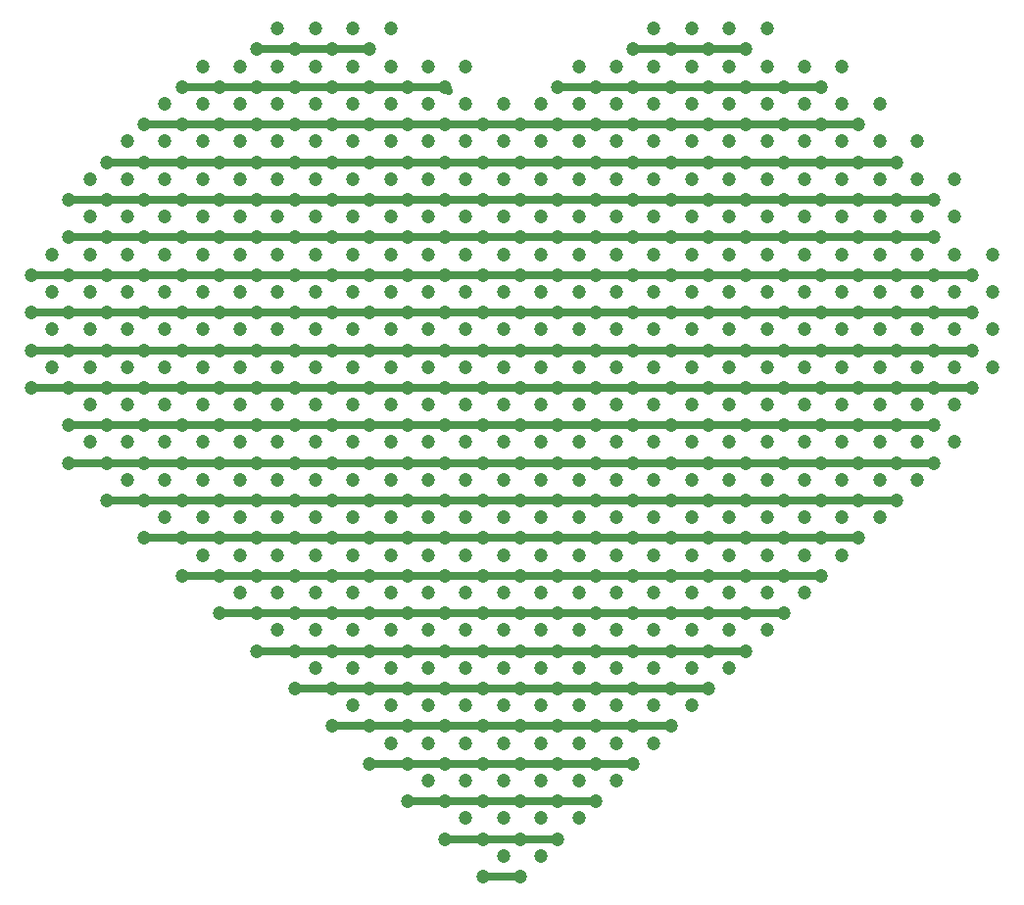
<source format=gbl>
G04 Layer_Physical_Order=2*
G04 Layer_Color=16711680*
%FSLAX44Y44*%
%MOMM*%
G71*
G01*
G75*
%ADD10C,0.7000*%
%ADD11C,1.2000*%
D10*
X2103520Y1453520D02*
X2136020D01*
X2168520D01*
X2201020D01*
X2233520D01*
X2266020D01*
X2298520D01*
X2331020D01*
X2363520D01*
X2396020D01*
X2428520D01*
X2461020D01*
X2493520D01*
X2526020D01*
X2558520D01*
X2591020D01*
X2623520D01*
X2656020D01*
X2688520D01*
X2721020D01*
X2753520D01*
X2786020D01*
X2818520D01*
X2851020D01*
X2883520D01*
X2916020D01*
Y1486020D02*
X2883520D01*
X2851020D01*
X2818520D01*
X2786020D01*
X2753520D01*
X2721020D01*
X2688520D01*
X2656020D01*
X2623520D01*
X2591020D01*
X2558520D01*
X2526020D01*
X2493520D01*
X2461020D01*
X2428520D01*
X2396020D01*
X2363520D01*
X2331020D01*
X2298520D01*
X2266020D01*
X2233520D01*
X2201020D01*
X2168520D01*
X2136020D01*
X2103520D01*
Y1518520D02*
X2136020D01*
X2168520D01*
X2201020D01*
X2233520D01*
X2266020D01*
X2298520D01*
X2331020D01*
X2363520D01*
X2396020D01*
X2428520D01*
X2461020D01*
X2493520D01*
X2526020D01*
X2558520D01*
X2591020D01*
X2623520D01*
X2656020D01*
X2688520D01*
X2721020D01*
X2753520D01*
X2786020D01*
X2818520D01*
X2851020D01*
X2883520D01*
X2916020D01*
Y1551020D02*
X2883520D01*
X2851020D01*
X2818520D01*
X2786020D01*
X2753520D01*
X2721020D01*
X2688520D01*
X2656020D01*
X2623520D01*
X2591020D01*
X2558520D01*
X2526020D01*
X2493520D01*
X2461020D01*
X2428520D01*
X2396020D01*
X2363520D01*
X2331020D01*
X2298520D01*
X2266020D01*
X2233520D01*
X2201020D01*
X2168520D01*
X2136020D01*
X2103520D01*
X2136020Y1583520D02*
X2168520D01*
X2201020D01*
X2233520D01*
X2266020D01*
X2298520D01*
X2331020D01*
X2363520D01*
X2396020D01*
X2428520D01*
X2461020D01*
X2493520D01*
X2526020D01*
X2558520D01*
X2591020D01*
X2623520D01*
X2656020D01*
X2688520D01*
X2721020D01*
X2753520D01*
X2786020D01*
X2818520D01*
X2851020D01*
X2883520D01*
Y1616020D02*
X2851020D01*
X2818520D01*
X2786020D01*
X2753520D01*
X2721020D01*
X2688520D01*
X2656020D01*
X2623520D01*
X2591020D01*
X2558520D01*
X2526020D01*
X2493520D01*
X2461020D01*
X2428520D01*
X2396020D01*
X2363520D01*
X2331020D01*
X2298520D01*
X2266020D01*
X2233520D01*
X2201020D01*
X2168520D01*
X2136020D01*
X2168520Y1648520D02*
X2201020D01*
X2233520D01*
X2266020D01*
X2298520D01*
X2331020D01*
X2363520D01*
X2396020D01*
X2428520D01*
X2461020D01*
X2493520D01*
X2526020D01*
X2558520D01*
X2591020D01*
X2623520D01*
X2656020D01*
X2688520D01*
X2721020D01*
X2753520D01*
X2786020D01*
X2818520D01*
X2851020D01*
X2818520Y1681020D02*
X2786020D01*
X2753520D01*
X2721020D01*
X2688520D01*
X2656020D01*
X2623520D01*
X2591020D01*
X2558520D01*
X2526020D01*
X2493520D01*
X2461020D01*
X2428520D01*
X2396020D01*
X2363520D01*
X2331020D01*
X2298520D01*
X2266020D01*
X2233520D01*
X2201020D01*
X2266020Y1713520D02*
X2298520D01*
X2331020D01*
X2363520D01*
X2396020D01*
X2428520D01*
X2461020D01*
X2464539Y1710000D01*
X2396020Y1746020D02*
X2363520D01*
X2331020D01*
X2298520D01*
X2266020Y1713520D02*
X2233520D01*
X2168520Y1421020D02*
X2201020D01*
X2233520D01*
X2266020D01*
X2298520D01*
X2331020D01*
X2363520D01*
X2396020D01*
X2428520D01*
X2461020D01*
X2493520D01*
X2526020D01*
X2558520D01*
X2591020D01*
X2623520D01*
X2656020D01*
X2688520D01*
X2721020D01*
X2753520D01*
X2786020D01*
X2818520D01*
X2851020D01*
X2883520D01*
Y1388520D02*
X2851020D01*
X2818520D01*
X2786020D01*
X2753520D01*
X2721020D01*
X2688520D01*
X2656020D01*
X2623520D01*
X2591020D01*
X2558520D01*
X2526020D01*
X2493520D01*
X2461020D01*
X2428520D01*
X2396020D01*
X2363520D01*
X2331020D01*
X2298520D01*
X2266020D01*
X2233520D01*
X2201020D01*
X2168520D01*
X2136020D01*
X2168520Y1356020D02*
X2201020D01*
X2233520D01*
X2266020D01*
X2298520D01*
X2331020D01*
X2363520D01*
X2396020D01*
X2428520D01*
X2461020D01*
X2493520D01*
X2526020D01*
X2558520D01*
X2591020D01*
X2623520D01*
X2656020D01*
X2688520D01*
X2721020D01*
X2753520D01*
X2786020D01*
X2818520D01*
X2851020D01*
X2818520Y1323520D02*
X2786020D01*
X2753520D01*
X2721020D01*
X2688520D01*
X2656020D01*
X2623520D01*
X2591020D01*
X2558520D01*
X2526020D01*
X2493520D01*
X2461020D01*
X2428520D01*
X2396020D01*
X2363520D01*
X2331020D01*
X2298520D01*
X2266020D01*
X2233520D01*
X2201020D01*
X2233520Y1291020D02*
X2266020D01*
X2298520D01*
X2331020D01*
X2363520D01*
X2396020D01*
X2428520D01*
X2461020D01*
X2493520D01*
X2526020D01*
X2558520D01*
X2591020D01*
X2623520D01*
X2656020D01*
X2688520D01*
X2721020D01*
X2753520D01*
X2786020D01*
X2753520Y1258520D02*
X2721020D01*
X2688520D01*
X2656020D01*
X2623520D01*
X2591020D01*
X2558520D01*
X2526020D01*
X2493520D01*
X2461020D01*
X2428520D01*
X2396020D01*
X2363520D01*
X2331020D01*
X2298520D01*
X2266020D01*
X2298520Y1226020D02*
X2331020D01*
X2363520D01*
X2396020D01*
X2428520D01*
X2461020D01*
X2493520D01*
X2526020D01*
X2558520D01*
X2591020D01*
X2623520D01*
X2656020D01*
X2688520D01*
X2721020D01*
X2688520Y1193520D02*
X2656020D01*
X2623520D01*
X2591020D01*
X2558520D01*
X2526020D01*
X2493520D01*
X2461020D01*
X2428520D01*
X2396020D01*
X2363520D01*
X2331020D01*
X2363520Y1161020D02*
X2396020D01*
X2428520D01*
X2461020D01*
X2493520D01*
X2526020D01*
X2558520D01*
X2591020D01*
X2623520D01*
X2656020D01*
X2623520Y1128520D02*
X2591020D01*
X2558520D01*
X2526020D01*
X2493520D01*
X2461020D01*
X2428520D01*
X2396020D01*
X2428520Y1096020D02*
X2461020D01*
X2493520D01*
X2526020D01*
X2558520D01*
X2591020D01*
X2558520Y1063520D02*
X2526020D01*
X2493520D01*
X2461020D01*
X2493520Y1031020D02*
X2526020D01*
X2168520Y1421020D02*
X2136020D01*
X2558520Y1713520D02*
X2591020D01*
X2623520D01*
X2656020D01*
X2688520D01*
X2721020D01*
X2753520D01*
X2786020D01*
X2721020Y1746020D02*
X2688520D01*
X2656020D01*
X2623520D01*
D11*
X2103520Y1453520D02*
D03*
X2121480Y1471480D02*
D03*
X2136020Y1388520D02*
D03*
X2168520D02*
D03*
X2153980Y1406480D02*
D03*
X2168520Y1356020D02*
D03*
X2233520Y1291020D02*
D03*
X2298520Y1226020D02*
D03*
X2331020D02*
D03*
X2331020Y1193520D02*
D03*
X2348980Y1211480D02*
D03*
X2363520Y1161020D02*
D03*
X2396020D02*
D03*
X2381480Y1178980D02*
D03*
X2413980D02*
D03*
Y1146480D02*
D03*
X2396020Y1128520D02*
D03*
X2428520Y1096020D02*
D03*
X2461020D02*
D03*
X2446480Y1113980D02*
D03*
X2461020Y1063520D02*
D03*
X2493520Y1031020D02*
D03*
X2526020D02*
D03*
X2511480Y1048980D02*
D03*
X2543980D02*
D03*
X2608980Y1113980D02*
D03*
X2656020Y1161020D02*
D03*
X2673980Y1178980D02*
D03*
X2721020Y1226020D02*
D03*
X2786020Y1291020D02*
D03*
X2836480Y1341480D02*
D03*
X2851020Y1356020D02*
D03*
X2901480Y1406480D02*
D03*
Y1438980D02*
D03*
X2916020Y1453520D02*
D03*
X2901480Y1471480D02*
D03*
X2933980D02*
D03*
X2916020Y1486020D02*
D03*
Y1518520D02*
D03*
X2901480Y1503980D02*
D03*
X2933980D02*
D03*
Y1536480D02*
D03*
X2916020Y1551020D02*
D03*
X2901480Y1536480D02*
D03*
Y1568980D02*
D03*
X2933980D02*
D03*
X2901480Y1601480D02*
D03*
Y1633980D02*
D03*
X2868980Y1666480D02*
D03*
X2836480D02*
D03*
Y1698980D02*
D03*
Y1633980D02*
D03*
X2851020Y1648520D02*
D03*
Y1616020D02*
D03*
X2836480Y1601480D02*
D03*
X2868980D02*
D03*
X2883520Y1616020D02*
D03*
X2868980Y1633980D02*
D03*
X2883520Y1583520D02*
D03*
X2868980Y1568980D02*
D03*
X2851020Y1583520D02*
D03*
X2836480Y1568980D02*
D03*
X2851020Y1551020D02*
D03*
X2836480Y1536480D02*
D03*
X2868980D02*
D03*
X2883520Y1551020D02*
D03*
Y1518520D02*
D03*
X2868980Y1503980D02*
D03*
X2883520Y1486020D02*
D03*
X2851020D02*
D03*
Y1518520D02*
D03*
X2836480Y1503980D02*
D03*
Y1471480D02*
D03*
X2851020Y1453520D02*
D03*
X2836480Y1438980D02*
D03*
X2851020Y1421020D02*
D03*
X2883520D02*
D03*
X2868980Y1438980D02*
D03*
X2883520Y1453520D02*
D03*
X2868980Y1471480D02*
D03*
Y1406480D02*
D03*
X2883520Y1388520D02*
D03*
X2868980Y1373980D02*
D03*
X2851020Y1388520D02*
D03*
X2836480Y1373980D02*
D03*
Y1406480D02*
D03*
X2818520Y1421020D02*
D03*
Y1453520D02*
D03*
X2803980Y1438980D02*
D03*
X2786020Y1453520D02*
D03*
Y1421020D02*
D03*
X2803980Y1471480D02*
D03*
Y1406480D02*
D03*
X2818520Y1388520D02*
D03*
X2803980Y1373980D02*
D03*
X2786020Y1388520D02*
D03*
Y1356020D02*
D03*
Y1323520D02*
D03*
X2818520D02*
D03*
X2803980Y1308980D02*
D03*
Y1341480D02*
D03*
X2818520Y1356020D02*
D03*
X2771480Y1373980D02*
D03*
X2753520Y1388520D02*
D03*
X2738980Y1373980D02*
D03*
X2721020Y1388520D02*
D03*
X2738980Y1406480D02*
D03*
X2771480D02*
D03*
Y1341480D02*
D03*
X2753520Y1356020D02*
D03*
X2738980Y1341480D02*
D03*
X2721020Y1356020D02*
D03*
Y1323520D02*
D03*
X2753520D02*
D03*
X2738980Y1308980D02*
D03*
X2771480D02*
D03*
Y1276480D02*
D03*
X2753520Y1291020D02*
D03*
X2738980Y1276480D02*
D03*
X2721020Y1291020D02*
D03*
Y1258520D02*
D03*
X2753520D02*
D03*
X2738980Y1243980D02*
D03*
X2706480Y1308980D02*
D03*
X2688520Y1323520D02*
D03*
X2673980Y1308980D02*
D03*
X2656020Y1323520D02*
D03*
Y1356020D02*
D03*
X2673980Y1341480D02*
D03*
X2688520Y1356020D02*
D03*
X2706480Y1341480D02*
D03*
Y1276480D02*
D03*
X2688520Y1291020D02*
D03*
X2673980Y1276480D02*
D03*
X2656020Y1291020D02*
D03*
Y1258520D02*
D03*
X2688520D02*
D03*
X2673980Y1243980D02*
D03*
X2706480D02*
D03*
Y1211480D02*
D03*
X2688520Y1226020D02*
D03*
X2673980Y1211480D02*
D03*
X2656020Y1226020D02*
D03*
Y1193520D02*
D03*
X2688520D02*
D03*
X2641480Y1243980D02*
D03*
X2623520Y1258520D02*
D03*
X2608980Y1243980D02*
D03*
Y1276480D02*
D03*
X2623520Y1291020D02*
D03*
X2641480Y1276480D02*
D03*
Y1211480D02*
D03*
X2608980D02*
D03*
X2623520Y1226020D02*
D03*
X2623520Y1193520D02*
D03*
X2608980Y1178980D02*
D03*
X2623520Y1161020D02*
D03*
X2608980Y1146480D02*
D03*
X2623520Y1128520D02*
D03*
X2641480Y1146480D02*
D03*
Y1178980D02*
D03*
X2591020Y1193520D02*
D03*
Y1226020D02*
D03*
X2576480Y1211480D02*
D03*
X2543980D02*
D03*
X2558520Y1226020D02*
D03*
Y1193520D02*
D03*
X2543980Y1178980D02*
D03*
X2558520Y1161020D02*
D03*
X2543980Y1146480D02*
D03*
X2558520Y1128520D02*
D03*
X2591020D02*
D03*
Y1161020D02*
D03*
X2576480Y1146480D02*
D03*
Y1178980D02*
D03*
Y1113980D02*
D03*
X2543980D02*
D03*
X2558520Y1096020D02*
D03*
X2543980Y1081480D02*
D03*
X2558520Y1063520D02*
D03*
X2576480Y1081480D02*
D03*
X2591020Y1096020D02*
D03*
X2526020Y1128520D02*
D03*
Y1161020D02*
D03*
X2511480Y1146480D02*
D03*
X2478980D02*
D03*
X2493520Y1161020D02*
D03*
X2478980Y1178980D02*
D03*
X2511480D02*
D03*
X2493520Y1128520D02*
D03*
X2478980Y1113980D02*
D03*
X2493520Y1096020D02*
D03*
X2478980Y1081480D02*
D03*
X2493520Y1063520D02*
D03*
X2526020D02*
D03*
Y1096020D02*
D03*
X2511480Y1081480D02*
D03*
Y1113980D02*
D03*
X2461020Y1128520D02*
D03*
Y1161020D02*
D03*
X2446480Y1146480D02*
D03*
X2428520Y1161020D02*
D03*
Y1128520D02*
D03*
X2446480Y1178980D02*
D03*
X2493520Y1193520D02*
D03*
X2478980Y1211480D02*
D03*
X2493520Y1226020D02*
D03*
X2526020D02*
D03*
X2511480Y1211480D02*
D03*
X2526020Y1193520D02*
D03*
X2543980Y1243980D02*
D03*
X2558520Y1258520D02*
D03*
Y1291020D02*
D03*
X2543980Y1276480D02*
D03*
X2576480D02*
D03*
X2591020Y1291020D02*
D03*
Y1258520D02*
D03*
X2576480Y1243980D02*
D03*
X2608980Y1308980D02*
D03*
X2623520Y1323520D02*
D03*
Y1356020D02*
D03*
X2608980Y1341480D02*
D03*
X2641480D02*
D03*
Y1308980D02*
D03*
X2656020Y1388520D02*
D03*
X2688520D02*
D03*
X2673980Y1373980D02*
D03*
Y1406480D02*
D03*
X2706480D02*
D03*
Y1373980D02*
D03*
X2721020Y1421020D02*
D03*
Y1453520D02*
D03*
X2753520D02*
D03*
X2738980Y1438980D02*
D03*
Y1471480D02*
D03*
X2771480D02*
D03*
Y1438980D02*
D03*
X2753520Y1421020D02*
D03*
X2786020Y1486020D02*
D03*
Y1518520D02*
D03*
X2818520D02*
D03*
X2803980Y1503980D02*
D03*
X2818520Y1486020D02*
D03*
Y1551020D02*
D03*
X2803980Y1536480D02*
D03*
X2786020Y1551020D02*
D03*
Y1583520D02*
D03*
X2803980Y1568980D02*
D03*
X2818520Y1583520D02*
D03*
Y1616020D02*
D03*
X2803980Y1601480D02*
D03*
X2786020Y1616020D02*
D03*
Y1648520D02*
D03*
X2803980Y1633980D02*
D03*
X2818520Y1648520D02*
D03*
Y1681020D02*
D03*
X2803980Y1666480D02*
D03*
X2786020Y1681020D02*
D03*
X2803980Y1698980D02*
D03*
X2786020Y1713520D02*
D03*
X2803980Y1731480D02*
D03*
X2771480D02*
D03*
X2738980D02*
D03*
X2721020Y1746020D02*
D03*
Y1713520D02*
D03*
X2753520D02*
D03*
X2738980Y1763980D02*
D03*
Y1698980D02*
D03*
X2753520Y1681020D02*
D03*
X2738980Y1666480D02*
D03*
X2721020Y1681020D02*
D03*
X2771480Y1666480D02*
D03*
Y1698980D02*
D03*
Y1633980D02*
D03*
X2753520Y1648520D02*
D03*
X2738980Y1633980D02*
D03*
X2721020Y1648520D02*
D03*
Y1616020D02*
D03*
X2753520D02*
D03*
X2738980Y1601480D02*
D03*
X2771480D02*
D03*
Y1568980D02*
D03*
X2753520Y1583520D02*
D03*
X2738980Y1568980D02*
D03*
X2721020Y1583520D02*
D03*
Y1551020D02*
D03*
X2753520D02*
D03*
X2738980Y1536480D02*
D03*
X2771480D02*
D03*
Y1503980D02*
D03*
X2753520Y1518520D02*
D03*
X2738980Y1503980D02*
D03*
X2721020Y1518520D02*
D03*
Y1486020D02*
D03*
X2753520D02*
D03*
X2706480Y1536480D02*
D03*
X2688520Y1551020D02*
D03*
X2673980Y1536480D02*
D03*
X2656020Y1551020D02*
D03*
Y1583520D02*
D03*
X2673980Y1568980D02*
D03*
X2688520Y1583520D02*
D03*
X2706480Y1568980D02*
D03*
Y1503980D02*
D03*
X2688520Y1518520D02*
D03*
X2673980Y1503980D02*
D03*
X2656020Y1518520D02*
D03*
Y1486020D02*
D03*
X2688520D02*
D03*
X2673980Y1471480D02*
D03*
X2688520Y1453520D02*
D03*
X2673980Y1438980D02*
D03*
X2656020Y1453520D02*
D03*
Y1421020D02*
D03*
X2688520D02*
D03*
X2706480Y1438980D02*
D03*
Y1471480D02*
D03*
X2623520Y1486020D02*
D03*
Y1518520D02*
D03*
X2608980Y1503980D02*
D03*
X2641480D02*
D03*
Y1471480D02*
D03*
X2608980D02*
D03*
X2623520Y1453520D02*
D03*
X2608980Y1438980D02*
D03*
X2623520Y1421020D02*
D03*
X2641480Y1438980D02*
D03*
Y1406480D02*
D03*
X2608980D02*
D03*
X2623520Y1388520D02*
D03*
X2608980Y1373980D02*
D03*
X2641480D02*
D03*
X2591020Y1421020D02*
D03*
Y1453520D02*
D03*
X2576480Y1438980D02*
D03*
X2543980D02*
D03*
X2558520Y1453520D02*
D03*
X2543980Y1471480D02*
D03*
X2576480D02*
D03*
X2558520Y1421020D02*
D03*
X2543980Y1406480D02*
D03*
X2558520Y1388520D02*
D03*
X2543980Y1373980D02*
D03*
X2576480D02*
D03*
X2591020Y1388520D02*
D03*
X2576480Y1406480D02*
D03*
Y1341480D02*
D03*
X2591020Y1356020D02*
D03*
Y1323520D02*
D03*
X2576480Y1308980D02*
D03*
X2543980D02*
D03*
X2558520Y1323520D02*
D03*
Y1356020D02*
D03*
X2543980Y1341480D02*
D03*
X2526020Y1388520D02*
D03*
X2511480Y1373980D02*
D03*
X2478980D02*
D03*
X2493520Y1388520D02*
D03*
X2478980Y1406480D02*
D03*
X2511480D02*
D03*
Y1341480D02*
D03*
X2526020Y1356020D02*
D03*
Y1323520D02*
D03*
X2511480Y1308980D02*
D03*
X2478980D02*
D03*
X2493520Y1323520D02*
D03*
Y1356020D02*
D03*
X2478980Y1341480D02*
D03*
X2493520Y1291020D02*
D03*
X2478980Y1276480D02*
D03*
X2493520Y1258520D02*
D03*
X2478980Y1243980D02*
D03*
X2511480D02*
D03*
X2526020Y1258520D02*
D03*
Y1291020D02*
D03*
X2511480Y1276480D02*
D03*
X2461020Y1323520D02*
D03*
X2446480Y1308980D02*
D03*
X2428520Y1323520D02*
D03*
Y1356020D02*
D03*
X2446480Y1341480D02*
D03*
X2461020Y1356020D02*
D03*
Y1291020D02*
D03*
X2446480Y1276480D02*
D03*
X2428520Y1291020D02*
D03*
Y1258520D02*
D03*
X2461020D02*
D03*
X2446480Y1243980D02*
D03*
X2461020Y1226020D02*
D03*
X2446480Y1211480D02*
D03*
X2428520Y1226020D02*
D03*
Y1193520D02*
D03*
X2461020D02*
D03*
X2413980Y1243980D02*
D03*
X2396020Y1258520D02*
D03*
X2381480Y1243980D02*
D03*
X2363520Y1258520D02*
D03*
Y1291020D02*
D03*
X2381480Y1276480D02*
D03*
X2396020Y1291020D02*
D03*
X2413980Y1276480D02*
D03*
Y1211480D02*
D03*
X2381480D02*
D03*
X2396020Y1226020D02*
D03*
X2363520D02*
D03*
Y1193520D02*
D03*
X2396020D02*
D03*
X2348980Y1243980D02*
D03*
X2331020Y1258520D02*
D03*
X2316480Y1243980D02*
D03*
Y1276480D02*
D03*
X2331020Y1291020D02*
D03*
X2348980Y1276480D02*
D03*
X2363520Y1323520D02*
D03*
Y1356020D02*
D03*
X2381480Y1341480D02*
D03*
X2396020Y1356020D02*
D03*
Y1323520D02*
D03*
X2381480Y1308980D02*
D03*
X2413980D02*
D03*
Y1341480D02*
D03*
X2428520Y1388520D02*
D03*
X2461020D02*
D03*
X2446480Y1373980D02*
D03*
Y1406480D02*
D03*
X2493520Y1421020D02*
D03*
X2478980Y1438980D02*
D03*
X2493520Y1453520D02*
D03*
X2478980Y1471480D02*
D03*
X2511480D02*
D03*
X2526020Y1453520D02*
D03*
X2511480Y1438980D02*
D03*
X2526020Y1421020D02*
D03*
X2558520Y1486020D02*
D03*
X2543980Y1503980D02*
D03*
X2558520Y1518520D02*
D03*
X2591020D02*
D03*
X2576480Y1503980D02*
D03*
X2591020Y1486020D02*
D03*
X2608980Y1536480D02*
D03*
X2623520Y1551020D02*
D03*
Y1583520D02*
D03*
X2608980Y1568980D02*
D03*
X2641480D02*
D03*
Y1536480D02*
D03*
X2656020Y1616020D02*
D03*
Y1648520D02*
D03*
X2673980Y1633980D02*
D03*
X2688520Y1648520D02*
D03*
Y1616020D02*
D03*
X2673980Y1601480D02*
D03*
X2706480D02*
D03*
Y1633980D02*
D03*
Y1666480D02*
D03*
X2688520Y1681020D02*
D03*
X2673980Y1666480D02*
D03*
X2656020Y1681020D02*
D03*
X2673980Y1698980D02*
D03*
X2706480D02*
D03*
X2688520Y1713520D02*
D03*
Y1746020D02*
D03*
X2673980Y1731480D02*
D03*
X2656020Y1746020D02*
D03*
Y1713520D02*
D03*
X2673980Y1763980D02*
D03*
X2706480D02*
D03*
Y1731480D02*
D03*
X2641480D02*
D03*
X2623520Y1746020D02*
D03*
X2608980Y1731480D02*
D03*
X2623520Y1713520D02*
D03*
X2641480Y1763980D02*
D03*
Y1698980D02*
D03*
X2608980D02*
D03*
X2623520Y1681020D02*
D03*
X2608980Y1666480D02*
D03*
X2641480D02*
D03*
Y1633980D02*
D03*
X2623520Y1648520D02*
D03*
X2608980Y1633980D02*
D03*
X2623520Y1616020D02*
D03*
X2608980Y1601480D02*
D03*
X2641480D02*
D03*
X2591020Y1681020D02*
D03*
X2576480Y1666480D02*
D03*
X2543980D02*
D03*
X2558520Y1681020D02*
D03*
X2543980Y1698980D02*
D03*
X2576480D02*
D03*
Y1633980D02*
D03*
X2591020Y1648520D02*
D03*
Y1616020D02*
D03*
X2576480Y1601480D02*
D03*
X2543980D02*
D03*
X2558520Y1616020D02*
D03*
Y1648520D02*
D03*
X2543980Y1633980D02*
D03*
X2558520Y1583520D02*
D03*
X2543980Y1568980D02*
D03*
X2558520Y1551020D02*
D03*
X2543980Y1536480D02*
D03*
X2576480D02*
D03*
X2591020Y1551020D02*
D03*
Y1583520D02*
D03*
X2576480Y1568980D02*
D03*
X2526020Y1616020D02*
D03*
X2511480Y1601480D02*
D03*
X2478980D02*
D03*
X2493520Y1616020D02*
D03*
Y1648520D02*
D03*
X2478980Y1633980D02*
D03*
X2511480D02*
D03*
X2526020Y1648520D02*
D03*
Y1583520D02*
D03*
X2511480Y1568980D02*
D03*
X2493520Y1583520D02*
D03*
X2478980Y1568980D02*
D03*
X2493520Y1551020D02*
D03*
X2478980Y1536480D02*
D03*
X2511480D02*
D03*
X2526020Y1551020D02*
D03*
Y1518520D02*
D03*
X2511480Y1503980D02*
D03*
X2478980D02*
D03*
X2493520Y1518520D02*
D03*
Y1486020D02*
D03*
X2526020D02*
D03*
X2461020Y1551020D02*
D03*
X2446480Y1536480D02*
D03*
X2428520Y1551020D02*
D03*
Y1583520D02*
D03*
X2446480Y1568980D02*
D03*
X2461020Y1583520D02*
D03*
Y1518520D02*
D03*
X2446480Y1503980D02*
D03*
X2428520Y1518520D02*
D03*
Y1486020D02*
D03*
X2461020D02*
D03*
X2446480Y1471480D02*
D03*
X2461020Y1453520D02*
D03*
X2446480Y1438980D02*
D03*
X2428520Y1453520D02*
D03*
Y1421020D02*
D03*
X2461020D02*
D03*
X2396020Y1486020D02*
D03*
Y1518520D02*
D03*
X2381480Y1503980D02*
D03*
X2363520Y1518520D02*
D03*
Y1486020D02*
D03*
X2413980Y1503980D02*
D03*
Y1471480D02*
D03*
X2381480D02*
D03*
X2396020Y1453520D02*
D03*
X2381480Y1438980D02*
D03*
X2363520Y1453520D02*
D03*
Y1421020D02*
D03*
X2396020D02*
D03*
X2413980Y1438980D02*
D03*
Y1406480D02*
D03*
X2381480D02*
D03*
X2396020Y1388520D02*
D03*
X2381480Y1373980D02*
D03*
X2363520Y1388520D02*
D03*
X2413980Y1373980D02*
D03*
X2331020Y1421020D02*
D03*
Y1453520D02*
D03*
X2316480Y1438980D02*
D03*
Y1471480D02*
D03*
X2348980D02*
D03*
Y1438980D02*
D03*
Y1406480D02*
D03*
X2316480D02*
D03*
X2331020Y1388520D02*
D03*
X2316480Y1373980D02*
D03*
X2348980D02*
D03*
Y1341480D02*
D03*
X2331020Y1356020D02*
D03*
X2316480Y1341480D02*
D03*
X2331020Y1323520D02*
D03*
X2316480Y1308980D02*
D03*
X2348980D02*
D03*
X2298520Y1388520D02*
D03*
X2283980Y1373980D02*
D03*
X2251480D02*
D03*
X2266020Y1388520D02*
D03*
X2251480Y1406480D02*
D03*
X2283980D02*
D03*
Y1341480D02*
D03*
X2298520Y1356020D02*
D03*
Y1323520D02*
D03*
X2283980Y1308980D02*
D03*
X2251480D02*
D03*
X2266020Y1323520D02*
D03*
Y1356020D02*
D03*
X2251480Y1341480D02*
D03*
X2266020Y1291020D02*
D03*
Y1258520D02*
D03*
X2298520D02*
D03*
Y1291020D02*
D03*
X2283980Y1276480D02*
D03*
X2233520Y1323520D02*
D03*
Y1356020D02*
D03*
X2218980Y1341480D02*
D03*
X2201020Y1356020D02*
D03*
Y1323520D02*
D03*
X2186480Y1373980D02*
D03*
X2201020Y1388520D02*
D03*
X2186480Y1406480D02*
D03*
X2218980D02*
D03*
X2233520Y1388520D02*
D03*
X2218980Y1373980D02*
D03*
X2266020Y1421020D02*
D03*
X2251480Y1438980D02*
D03*
X2266020Y1453520D02*
D03*
X2251480Y1471480D02*
D03*
X2283980D02*
D03*
X2298520Y1453520D02*
D03*
X2283980Y1438980D02*
D03*
X2298520Y1421020D02*
D03*
X2331020Y1486020D02*
D03*
Y1518520D02*
D03*
X2316480Y1503980D02*
D03*
X2348980D02*
D03*
X2363520Y1551020D02*
D03*
Y1583520D02*
D03*
X2381480Y1568980D02*
D03*
X2396020Y1583520D02*
D03*
Y1551020D02*
D03*
X2381480Y1536480D02*
D03*
X2413980D02*
D03*
Y1568980D02*
D03*
X2428520Y1616020D02*
D03*
Y1648520D02*
D03*
X2446480Y1633980D02*
D03*
X2461020Y1648520D02*
D03*
Y1616020D02*
D03*
X2446480Y1601480D02*
D03*
X2478980Y1666480D02*
D03*
X2493520Y1681020D02*
D03*
X2478980Y1698980D02*
D03*
X2511480D02*
D03*
X2526020Y1681020D02*
D03*
X2511480Y1666480D02*
D03*
X2558520Y1713520D02*
D03*
X2591020D02*
D03*
X2576480Y1731480D02*
D03*
X2478980D02*
D03*
X2446480D02*
D03*
X2461020Y1713520D02*
D03*
X2428520D02*
D03*
Y1681020D02*
D03*
X2461020D02*
D03*
X2446480Y1666480D02*
D03*
Y1698980D02*
D03*
X2396020Y1713520D02*
D03*
Y1746020D02*
D03*
X2381480Y1731480D02*
D03*
X2363520Y1746020D02*
D03*
Y1713520D02*
D03*
X2381480Y1763980D02*
D03*
X2413980D02*
D03*
Y1731480D02*
D03*
Y1698980D02*
D03*
X2381480D02*
D03*
X2396020Y1681020D02*
D03*
X2381480Y1666480D02*
D03*
X2363520Y1681020D02*
D03*
X2413980Y1666480D02*
D03*
Y1633980D02*
D03*
X2396020Y1648520D02*
D03*
X2381480Y1633980D02*
D03*
X2363520Y1648520D02*
D03*
Y1616020D02*
D03*
X2396020D02*
D03*
X2381480Y1601480D02*
D03*
X2413980D02*
D03*
X2348980Y1666480D02*
D03*
X2331020Y1681020D02*
D03*
X2316480Y1666480D02*
D03*
Y1698980D02*
D03*
X2348980D02*
D03*
X2348980Y1633980D02*
D03*
X2331020Y1648520D02*
D03*
X2316480Y1633980D02*
D03*
X2331020Y1616020D02*
D03*
X2316480Y1601480D02*
D03*
X2348980D02*
D03*
Y1568980D02*
D03*
X2331020Y1583520D02*
D03*
X2316480Y1568980D02*
D03*
X2331020Y1551020D02*
D03*
X2316480Y1536480D02*
D03*
X2348980D02*
D03*
X2298520Y1616020D02*
D03*
X2283980Y1601480D02*
D03*
X2251480D02*
D03*
X2266020Y1616020D02*
D03*
Y1648520D02*
D03*
X2251480Y1633980D02*
D03*
X2283980D02*
D03*
X2298520Y1648520D02*
D03*
Y1583520D02*
D03*
X2283980Y1568980D02*
D03*
X2266020Y1583520D02*
D03*
X2251480Y1568980D02*
D03*
X2266020Y1551020D02*
D03*
X2251480Y1536480D02*
D03*
X2283980D02*
D03*
X2298520Y1551020D02*
D03*
Y1518520D02*
D03*
X2283980Y1503980D02*
D03*
X2251480D02*
D03*
X2266020Y1518520D02*
D03*
Y1486020D02*
D03*
X2298520D02*
D03*
X2233520Y1551020D02*
D03*
X2218980Y1536480D02*
D03*
X2186480D02*
D03*
X2201020Y1551020D02*
D03*
Y1583520D02*
D03*
X2186480Y1568980D02*
D03*
X2218980D02*
D03*
X2233520Y1583520D02*
D03*
Y1518520D02*
D03*
X2218980Y1503980D02*
D03*
X2186480D02*
D03*
X2201020Y1518520D02*
D03*
Y1486020D02*
D03*
X2233520D02*
D03*
X2218980Y1471480D02*
D03*
X2186480D02*
D03*
X2201020Y1453520D02*
D03*
X2186480Y1438980D02*
D03*
X2201020Y1421020D02*
D03*
X2233520D02*
D03*
Y1453520D02*
D03*
X2218980Y1438980D02*
D03*
X2168520Y1486020D02*
D03*
Y1518520D02*
D03*
X2153980Y1503980D02*
D03*
X2136020Y1518520D02*
D03*
Y1486020D02*
D03*
Y1453520D02*
D03*
X2168520D02*
D03*
X2153980Y1438980D02*
D03*
Y1471480D02*
D03*
X2168520Y1421020D02*
D03*
X2136020D02*
D03*
X2103520Y1486020D02*
D03*
Y1518520D02*
D03*
X2121480Y1503980D02*
D03*
X2136020Y1551020D02*
D03*
Y1583520D02*
D03*
X2153980Y1568980D02*
D03*
X2168520Y1583520D02*
D03*
Y1551020D02*
D03*
X2153980Y1536480D02*
D03*
X2186480Y1601480D02*
D03*
X2201020Y1616020D02*
D03*
Y1648520D02*
D03*
X2186480Y1633980D02*
D03*
X2218980D02*
D03*
X2233520Y1648520D02*
D03*
X2233520Y1616020D02*
D03*
X2218980Y1601480D02*
D03*
X2251480Y1666480D02*
D03*
X2266020Y1681020D02*
D03*
X2251480Y1698980D02*
D03*
X2283980D02*
D03*
X2298520Y1681020D02*
D03*
X2283980Y1666480D02*
D03*
X2331020Y1713520D02*
D03*
Y1746020D02*
D03*
X2316480Y1731480D02*
D03*
Y1763980D02*
D03*
X2348980D02*
D03*
Y1731480D02*
D03*
X2298520Y1746020D02*
D03*
X2283980Y1731480D02*
D03*
X2251480D02*
D03*
X2266020Y1713520D02*
D03*
X2298520D02*
D03*
X2233520D02*
D03*
X2218980Y1698980D02*
D03*
X2233520Y1681020D02*
D03*
X2218980Y1666480D02*
D03*
X2186480D02*
D03*
X2201020Y1681020D02*
D03*
X2168520Y1648520D02*
D03*
X2153980Y1633980D02*
D03*
X2168520Y1616020D02*
D03*
X2153980Y1601480D02*
D03*
X2136020Y1616020D02*
D03*
X2121480Y1568980D02*
D03*
Y1536480D02*
D03*
X2103520Y1551020D02*
D03*
M02*

</source>
